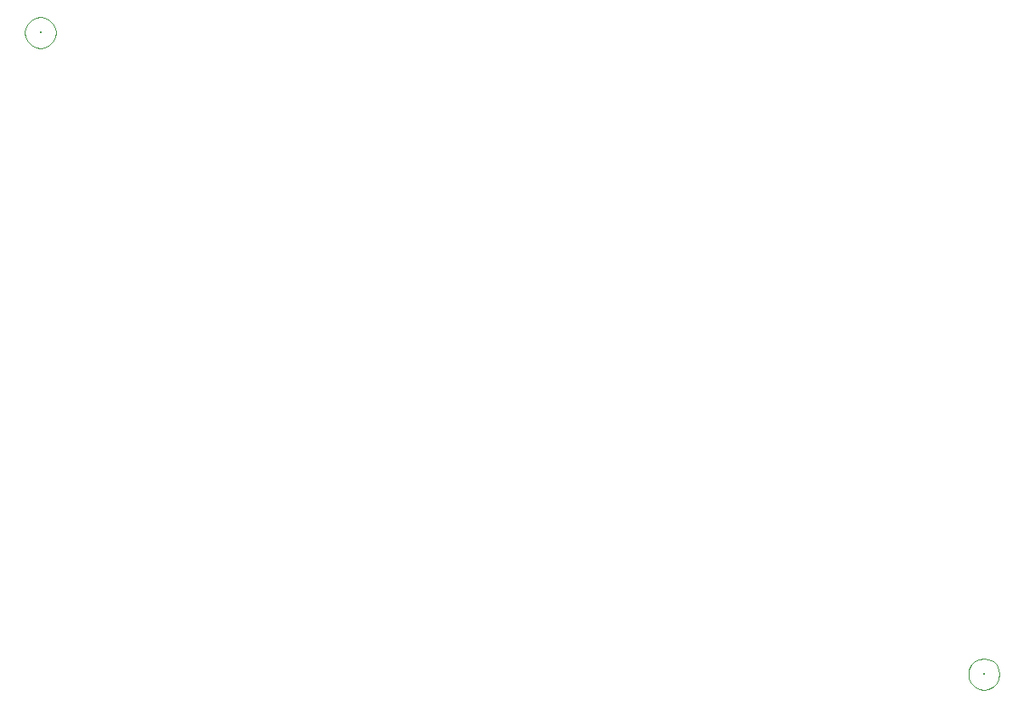
<source format=gbr>
%TF.GenerationSoftware,KiCad,Pcbnew,(6.0.9)*%
%TF.CreationDate,2022-11-15T16:19:03-06:00*%
%TF.ProjectId,IR2IP,49523249-502e-46b6-9963-61645f706362,rev?*%
%TF.SameCoordinates,PX55fe290PY8062360*%
%TF.FileFunction,Component,L4,Bot*%
%TF.FilePolarity,Positive*%
%FSLAX46Y46*%
G04 Gerber Fmt 4.6, Leading zero omitted, Abs format (unit mm)*
G04 Created by KiCad (PCBNEW (6.0.9)) date 2022-11-15 16:19:03*
%MOMM*%
%LPD*%
G01*
G04 APERTURE LIST*
%TA.AperFunction,ComponentMain*%
%ADD10C,0.300000*%
%TD*%
%TA.AperFunction,ComponentOutline,Courtyard*%
%ADD11C,0.100000*%
%TD*%
%TA.AperFunction,ComponentPin*%
%ADD12C,0.000000*%
%TD*%
G04 APERTURE END LIST*
D10*
%TO.C,"FID6"*%
%TO.CFtp,"Fiducial_1mm_Dia_2.54mm_Outer_CopperTop"*%
%TO.CVal,"Fiducial_1mm_Dia_2.54mm_Outer_CopperTop"*%
%TO.CLbN,"Fiducial"*%
%TO.CMnt,SMD*%
%TO.CRot,180*%
X2830000Y66620000D03*
D11*
X2351024Y65145863D02*
X1918933Y65366025D01*
X1576024Y65708934D01*
X1355863Y66141024D01*
X1280001Y66620000D01*
X1355863Y67098976D01*
X1576025Y67531067D01*
X1918934Y67873976D01*
X2351024Y68094137D01*
X2830000Y68169999D01*
X3308976Y68094137D01*
X3741067Y67873975D01*
X4083976Y67531066D01*
X4304137Y67098976D01*
X4379999Y66620000D01*
X4304137Y66141024D01*
X4083975Y65708933D01*
X3741066Y65366024D01*
X3308976Y65145863D01*
X2830000Y65070001D01*
X2351024Y65145863D01*
D12*
%TO.P,"FID6",*%
X2830000Y66620000D03*
%TD*%
D10*
%TO.C,"FID5"*%
%TO.CFtp,"Fiducial_1mm_Dia_2.54mm_Outer_CopperTop"*%
%TO.CVal,"Fiducial_1mm_Dia_2.54mm_Outer_CopperTop"*%
%TO.CLbN,"Fiducial"*%
%TO.CMnt,SMD*%
%TO.CRot,180*%
X96830000Y2620000D03*
D11*
X96351024Y1145863D02*
X95918933Y1366025D01*
X95576024Y1708934D01*
X95355863Y2141024D01*
X95280001Y2620000D01*
X95355863Y3098976D01*
X95576025Y3531067D01*
X95918934Y3873976D01*
X96351024Y4094137D01*
X96830000Y4169999D01*
X97308976Y4094137D01*
X97741067Y3873975D01*
X98083976Y3531066D01*
X98304137Y3098976D01*
X98379999Y2620000D01*
X98304137Y2141024D01*
X98083975Y1708933D01*
X97741066Y1366024D01*
X97308976Y1145863D01*
X96830000Y1070001D01*
X96351024Y1145863D01*
D12*
%TO.P,"FID5",*%
X96830000Y2620000D03*
%TD*%
M02*

</source>
